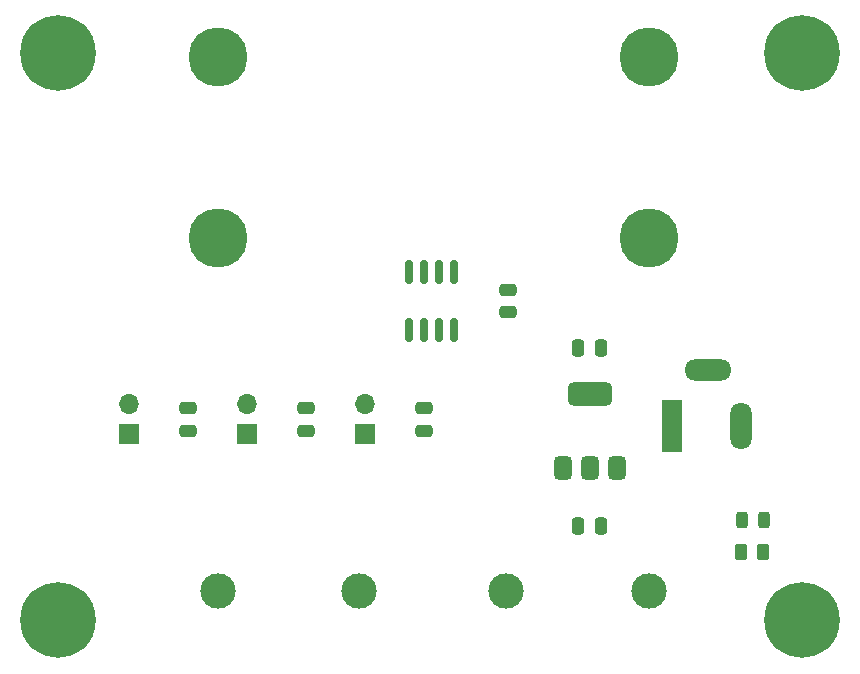
<source format=gbr>
%TF.GenerationSoftware,KiCad,Pcbnew,8.0.0*%
%TF.CreationDate,2024-03-04T13:39:21+01:00*%
%TF.ProjectId,ACS712-module,41435337-3132-42d6-9d6f-64756c652e6b,rev?*%
%TF.SameCoordinates,Original*%
%TF.FileFunction,Soldermask,Top*%
%TF.FilePolarity,Negative*%
%FSLAX46Y46*%
G04 Gerber Fmt 4.6, Leading zero omitted, Abs format (unit mm)*
G04 Created by KiCad (PCBNEW 8.0.0) date 2024-03-04 13:39:21*
%MOMM*%
%LPD*%
G01*
G04 APERTURE LIST*
G04 Aperture macros list*
%AMRoundRect*
0 Rectangle with rounded corners*
0 $1 Rounding radius*
0 $2 $3 $4 $5 $6 $7 $8 $9 X,Y pos of 4 corners*
0 Add a 4 corners polygon primitive as box body*
4,1,4,$2,$3,$4,$5,$6,$7,$8,$9,$2,$3,0*
0 Add four circle primitives for the rounded corners*
1,1,$1+$1,$2,$3*
1,1,$1+$1,$4,$5*
1,1,$1+$1,$6,$7*
1,1,$1+$1,$8,$9*
0 Add four rect primitives between the rounded corners*
20,1,$1+$1,$2,$3,$4,$5,0*
20,1,$1+$1,$4,$5,$6,$7,0*
20,1,$1+$1,$6,$7,$8,$9,0*
20,1,$1+$1,$8,$9,$2,$3,0*%
G04 Aperture macros list end*
%ADD10RoundRect,0.150000X-0.150000X0.825000X-0.150000X-0.825000X0.150000X-0.825000X0.150000X0.825000X0*%
%ADD11RoundRect,0.250000X-0.262500X-0.450000X0.262500X-0.450000X0.262500X0.450000X-0.262500X0.450000X0*%
%ADD12RoundRect,0.375000X0.375000X-0.625000X0.375000X0.625000X-0.375000X0.625000X-0.375000X-0.625000X0*%
%ADD13RoundRect,0.500000X1.400000X-0.500000X1.400000X0.500000X-1.400000X0.500000X-1.400000X-0.500000X0*%
%ADD14R,1.800000X4.400000*%
%ADD15O,1.800000X4.000000*%
%ADD16O,4.000000X1.800000*%
%ADD17RoundRect,0.250000X0.250000X0.475000X-0.250000X0.475000X-0.250000X-0.475000X0.250000X-0.475000X0*%
%ADD18C,3.000000*%
%ADD19C,5.000000*%
%ADD20RoundRect,0.250000X-0.475000X0.250000X-0.475000X-0.250000X0.475000X-0.250000X0.475000X0.250000X0*%
%ADD21C,0.800000*%
%ADD22C,6.400000*%
%ADD23R,1.700000X1.700000*%
%ADD24O,1.700000X1.700000*%
%ADD25RoundRect,0.243750X-0.243750X-0.456250X0.243750X-0.456250X0.243750X0.456250X-0.243750X0.456250X0*%
%ADD26RoundRect,0.250000X0.475000X-0.250000X0.475000X0.250000X-0.475000X0.250000X-0.475000X-0.250000X0*%
G04 APERTURE END LIST*
D10*
%TO.C,U1*%
X147000000Y-92000000D03*
X145730000Y-92000000D03*
X144460000Y-92000000D03*
X143190000Y-92000000D03*
X143190000Y-96950000D03*
X144460000Y-96950000D03*
X145730000Y-96950000D03*
X147000000Y-96950000D03*
%TD*%
D11*
%TO.C,R1*%
X171337500Y-115750000D03*
X173162500Y-115750000D03*
%TD*%
D12*
%TO.C,U2*%
X156200000Y-108650000D03*
X158500000Y-108650000D03*
D13*
X158500000Y-102350000D03*
D12*
X160800000Y-108650000D03*
%TD*%
D14*
%TO.C,J5*%
X165500000Y-105100000D03*
D15*
X171300000Y-105100000D03*
D16*
X168500000Y-100300000D03*
%TD*%
D17*
%TO.C,C6*%
X159412500Y-98500000D03*
X157512500Y-98500000D03*
%TD*%
%TO.C,C5*%
X159412500Y-113500000D03*
X157512500Y-113500000D03*
%TD*%
D18*
%TO.C,TP4*%
X151440000Y-119025000D03*
%TD*%
D19*
%TO.C,J1*%
X163500000Y-73850000D03*
X163500000Y-89150000D03*
%TD*%
D20*
%TO.C,C2*%
X134500000Y-103550000D03*
X134500000Y-105450000D03*
%TD*%
D18*
%TO.C,TP2*%
X163500000Y-119000000D03*
%TD*%
D21*
%TO.C,H2*%
X111100000Y-121500000D03*
X111802944Y-119802944D03*
X111802944Y-123197056D03*
X113500000Y-119100000D03*
D22*
X113500000Y-121500000D03*
D21*
X113500000Y-123900000D03*
X115197056Y-119802944D03*
X115197056Y-123197056D03*
X115900000Y-121500000D03*
%TD*%
D18*
%TO.C,TP3*%
X127000000Y-119025000D03*
%TD*%
D20*
%TO.C,C3*%
X144460000Y-103550000D03*
X144460000Y-105450000D03*
%TD*%
D23*
%TO.C,JP1*%
X119500000Y-105775000D03*
D24*
X119500000Y-103235000D03*
%TD*%
D20*
%TO.C,C1*%
X124500000Y-103550000D03*
X124500000Y-105450000D03*
%TD*%
D21*
%TO.C,H4*%
X174100000Y-73500000D03*
X174802944Y-71802944D03*
X174802944Y-75197056D03*
X176500000Y-71100000D03*
D22*
X176500000Y-73500000D03*
D21*
X176500000Y-75900000D03*
X178197056Y-71802944D03*
X178197056Y-75197056D03*
X178900000Y-73500000D03*
%TD*%
D23*
%TO.C,JP2*%
X129500000Y-105775000D03*
D24*
X129500000Y-103235000D03*
%TD*%
D18*
%TO.C,TP1*%
X139000000Y-119025000D03*
%TD*%
D25*
%TO.C,D1*%
X171372500Y-113000000D03*
X173247500Y-113000000D03*
%TD*%
D21*
%TO.C,H3*%
X174100000Y-121500000D03*
X174802944Y-119802944D03*
X174802944Y-123197056D03*
X176500000Y-119100000D03*
D22*
X176500000Y-121500000D03*
D21*
X176500000Y-123900000D03*
X178197056Y-119802944D03*
X178197056Y-123197056D03*
X178900000Y-121500000D03*
%TD*%
D23*
%TO.C,JP3*%
X139500000Y-105775000D03*
D24*
X139500000Y-103235000D03*
%TD*%
D19*
%TO.C,J2*%
X127000000Y-73850000D03*
X127000000Y-89150000D03*
%TD*%
D21*
%TO.C,H1*%
X111100000Y-73500000D03*
X111802944Y-71802944D03*
X111802944Y-75197056D03*
X113500000Y-71100000D03*
D22*
X113500000Y-73500000D03*
D21*
X113500000Y-75900000D03*
X115197056Y-71802944D03*
X115197056Y-75197056D03*
X115900000Y-73500000D03*
%TD*%
D26*
%TO.C,C4*%
X151595000Y-95425000D03*
X151595000Y-93525000D03*
%TD*%
M02*

</source>
